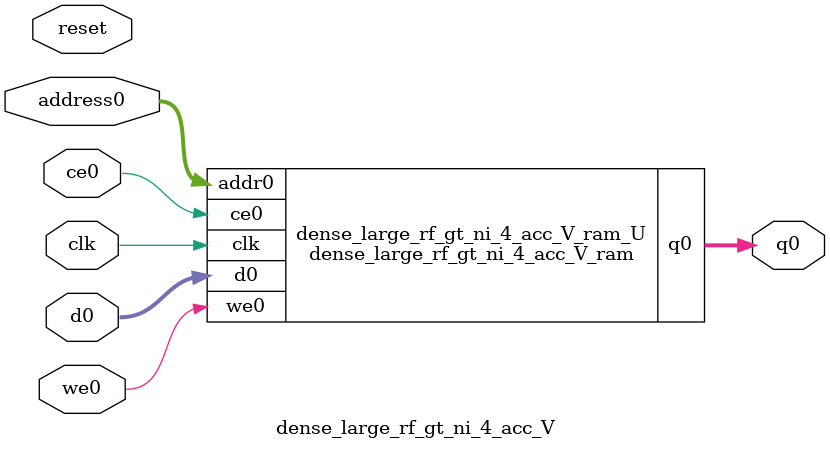
<source format=v>
`timescale 1 ns / 1 ps
module dense_large_rf_gt_ni_4_acc_V_ram (addr0, ce0, d0, we0, q0,  clk);

parameter DWIDTH = 14;
parameter AWIDTH = 7;
parameter MEM_SIZE = 120;

input[AWIDTH-1:0] addr0;
input ce0;
input[DWIDTH-1:0] d0;
input we0;
output reg[DWIDTH-1:0] q0;
input clk;

(* ram_style = "block" *)reg [DWIDTH-1:0] ram[0:MEM_SIZE-1];




always @(posedge clk)  
begin 
    if (ce0) 
    begin
        if (we0) 
        begin 
            ram[addr0] <= d0; 
        end 
        q0 <= ram[addr0];
    end
end


endmodule

`timescale 1 ns / 1 ps
module dense_large_rf_gt_ni_4_acc_V(
    reset,
    clk,
    address0,
    ce0,
    we0,
    d0,
    q0);

parameter DataWidth = 32'd14;
parameter AddressRange = 32'd120;
parameter AddressWidth = 32'd7;
input reset;
input clk;
input[AddressWidth - 1:0] address0;
input ce0;
input we0;
input[DataWidth - 1:0] d0;
output[DataWidth - 1:0] q0;



dense_large_rf_gt_ni_4_acc_V_ram dense_large_rf_gt_ni_4_acc_V_ram_U(
    .clk( clk ),
    .addr0( address0 ),
    .ce0( ce0 ),
    .we0( we0 ),
    .d0( d0 ),
    .q0( q0 ));

endmodule


</source>
